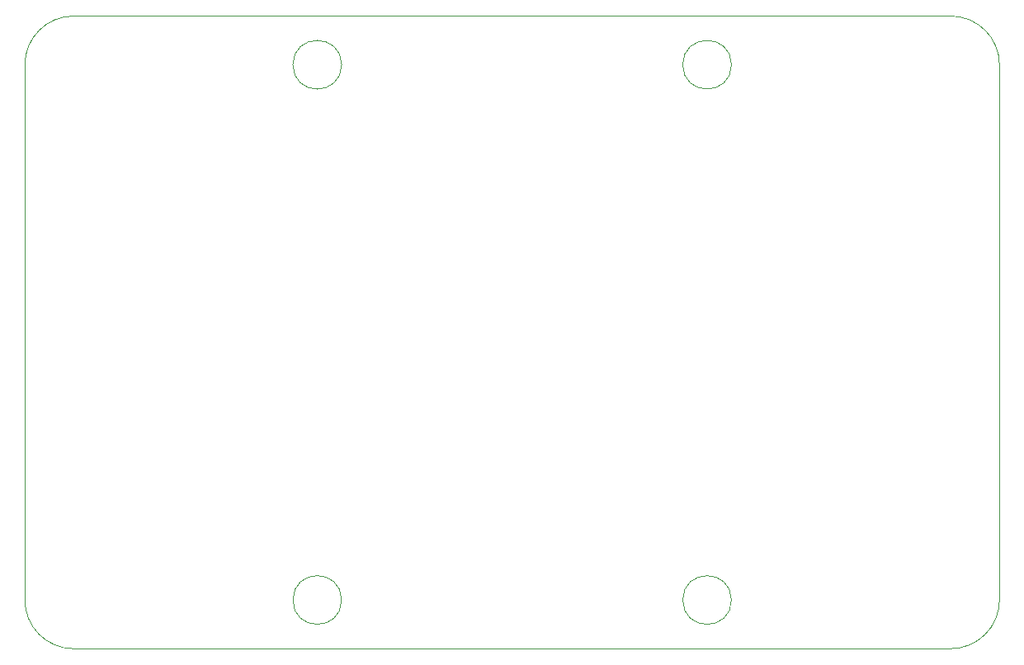
<source format=gm1>
G04 #@! TF.GenerationSoftware,KiCad,Pcbnew,7.0.1*
G04 #@! TF.CreationDate,2023-10-12T07:58:09+02:00*
G04 #@! TF.ProjectId,Controller_board,436f6e74-726f-46c6-9c65-725f626f6172,rev?*
G04 #@! TF.SameCoordinates,Original*
G04 #@! TF.FileFunction,Profile,NP*
%FSLAX46Y46*%
G04 Gerber Fmt 4.6, Leading zero omitted, Abs format (unit mm)*
G04 Created by KiCad (PCBNEW 7.0.1) date 2023-10-12 07:58:09*
%MOMM*%
%LPD*%
G01*
G04 APERTURE LIST*
G04 #@! TA.AperFunction,Profile*
%ADD10C,0.100000*%
G04 #@! TD*
G04 APERTURE END LIST*
D10*
X70000000Y-80000000D02*
G75*
G03*
X65000000Y-85000000I0J-5000000D01*
G01*
X70000000Y-145000000D02*
X160000000Y-145000000D01*
X70000000Y-80000000D02*
X160000000Y-80000000D01*
X165000000Y-85000000D02*
X165000000Y-140000000D01*
X97500000Y-85000000D02*
G75*
G03*
X97500000Y-85000000I-2500000J0D01*
G01*
X97500000Y-140000000D02*
G75*
G03*
X97500000Y-140000000I-2500000J0D01*
G01*
X137500000Y-85000000D02*
G75*
G03*
X137500000Y-85000000I-2500000J0D01*
G01*
X65000000Y-140000000D02*
G75*
G03*
X70000000Y-145000000I5000000J0D01*
G01*
X160000000Y-145000000D02*
G75*
G03*
X165000000Y-140000000I0J5000000D01*
G01*
X65000000Y-140000000D02*
X65000000Y-85000000D01*
X137500000Y-140000000D02*
G75*
G03*
X137500000Y-140000000I-2500000J0D01*
G01*
X165000000Y-85000000D02*
G75*
G03*
X160000000Y-80000000I-5000000J0D01*
G01*
M02*

</source>
